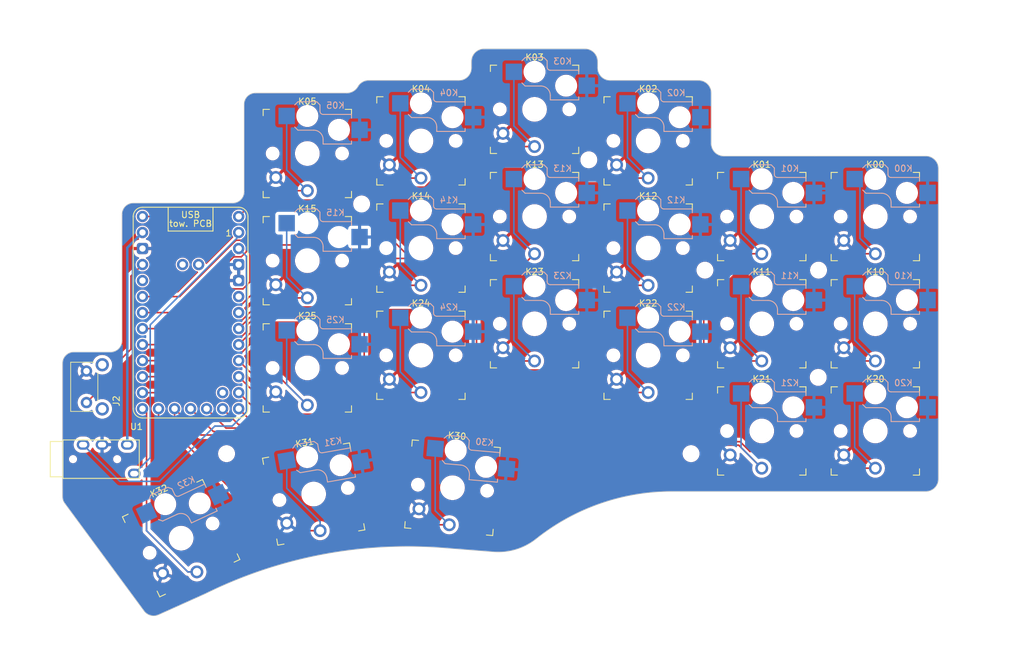
<source format=kicad_pcb>
(kicad_pcb (version 20240108) (generator "pcbnew") (generator_version "8.0")
  (title_block (rev "rev1.0"))
  (layers (0 "F.Cu" signal) (31 "B.Cu" signal) (34 "B.Paste" user) (35 "F.Paste" user) (36 "B.SilkS" user "B.Silkscreen") (37 "F.SilkS" user "F.Silkscreen") (38 "B.Mask" user) (39 "F.Mask" user) (44 "Edge.Cuts" user))
  (net 0 "")
  (net 1 "GND")
  (net 2 "/k00")
  (net 3 "/k01")
  (net 4 "/k02")
  (net 5 "/k03")
  (net 6 "/k04")
  (net 7 "/k05")
  (net 8 "/k10")
  (net 9 "/k11")
  (net 10 "/k12")
  (net 11 "/k13")
  (net 12 "/k14")
  (net 13 "/k15")
  (net 14 "/k20")
  (net 15 "/k21")
  (net 16 "/k22")
  (net 17 "/k23")
  (net 18 "/k24")
  (net 19 "/k25")
  (net 20 "/k30")
  (net 21 "/k31")
  (net 22 "/k32")
  (net 23 "rx")
  (net 24 "tx")
  (net 26 "VCC")
  (net 28 "/RST")
  (footprint "keyswitches:Kailh_socket_PG1350_optional" (layer "F.Cu") (at 105.24 94)
    (property "Reference" "K25")
    (property "Value" "KEYSW")
  )
  (footprint "keyswitches:Kailh_socket_PG1350_optional" (layer "F.Cu") (at 123.24 92)
    (property "Reference" "K24")
    (property "Value" "KEYSW")
  )
  (footprint "keyswitches:Kailh_socket_PG1350_optional" (layer "F.Cu") (at 177.24 104)
    (property "Reference" "K21")
    (property "Value" "KEYSW")
  )
  (footprint "keyswitches:Kailh_socket_PG1350_optional" (layer "F.Cu") (at 159.24 58)
    (property "Reference" "K02")
    (property "Value" "KEYSW")
  )
  (footprint "keyswitches:Kailh_socket_PG1350_optional" (layer "F.Cu") (at 195.24 87)
    (property "Reference" "K10")
    (property "Value" "KEYSW")
  )
  (footprint "keyswitches:Kailh_socket_PG1350_optional" (layer "F.Cu") (at 123.24 58)
    (property "Reference" "K04")
    (property "Value" "KEYSW")
  )
  (footprint "keyswitches:Kailh_socket_PG1350_optional" (layer "F.Cu") (at 159.24 75)
    (property "Reference" "K12")
    (property "Value" "KEYSW")
  )
  (footprint "keyswitches:Kailh_socket_PG1350_optional" (layer "F.Cu") (at 128.24 113 -5)
    (property "Reference" "K30")
    (property "Value" "KEYSW")
  )
  (footprint "keyswitches:Kailh_socket_PG1350_optional" (layer "F.Cu") (at 177.24 70)
    (property "Reference" "K01")
    (property "Value" "KEYSW")
  )
  (footprint "PCM_marbastlib-various:SW_SKHLLCA010" (layer "F.Cu") (at 71.49 97 90)
    (property "Reference" "J2")
    (property "Value" "Conn_01x02_Pin")
  )
  (footprint "keyswitches:Kailh_socket_PG1350_optional" (layer "F.Cu") (at 123.24 75)
    (property "Reference" "K14")
    (property "Value" "KEYSW")
  )
  (footprint "keyswitches:Kailh_socket_PG1350_optional" (layer "F.Cu") (at 141.24 87)
    (property "Reference" "K23")
    (property "Value" "KEYSW")
  )
  (footprint "keyswitches:Kailh_socket_PG1350_optional" (layer "F.Cu") (at 141.24 53)
    (property "Reference" "K03")
    (property "Value" "KEYSW")
  )
  (footprint "keyswitches:Kailh_socket_PG1350_optional" (layer "F.Cu") (at 159.24 92)
    (property "Reference" "K22")
    (property "Value" "KEYSW")
  )
  (footprint "Keebio-Parts:TRRS-PJ-320A" (layer "F.Cu") (at 66.508 108.47 90)
    (property "Reference" "J1" (hide yes))
    (property "Value" "TRRS")
  )
  (footprint "keyswitches:Kailh_socket_PG1350_optional" (layer "F.Cu") (at 105.24 77)
    (property "Reference" "K15")
    (property "Value" "KEYSW")
  )
  (footprint "PCM_marbastlib-xp-promicroish:Helios_AH_USBdn" (layer "F.Cu") (at 86.74 86.5)
    (property "Reference" "U1")
    (property "Value" "Helios")
  )
  (footprint "keyswitches:Kailh_socket_PG1350_optional" (layer "F.Cu") (at 85.24 121 25)
    (property "Reference" "K32")
    (property "Value" "KEYSW")
  )
  (footprint "keyswitches:Kailh_socket_PG1350_optional" (layer "F.Cu") (at 177.24 87)
    (property "Reference" "K11")
    (property "Value" "KEYSW")
  )
  (footprint "keyswitches:Kailh_socket_PG1350_optional" (layer "F.Cu") (at 105.24 60)
    (property "Reference" "K05")
    (property "Value" "KEYSW")
  )
  (footprint "keyswitches:Kailh_socket_PG1350_optional" (layer "F.Cu") (at 195.24 104)
    (property "Reference" "K20")
    (property "Value" "KEYSW")
  )
  (footprint "keyswitches:Kailh_socket_PG1350_optional" (layer "F.Cu") (at 141.24 70)
    (property "Reference" "K13")
    (property "Value" "KEYSW")
  )
  (footprint "keyswitches:Kailh_socket_PG1350_optional" (layer "F.Cu") (at 195.24 70)
    (property "Reference" "K00")
    (property "Value" "KEYSW")
  )
  (footprint "keyswitches:Kailh_socket_PG1350_optional" (layer "F.Cu") (at 106.24 114 10)
    (property "Reference" "K31")
    (property "Value" "KEYSW")
  )
  (footprint "beekeeb_lib:MountingHole_2.2mm_M2-8mm" (layer "B.Cu") (at 166.04 107.6 180)
    (property "Reference" "H4" (hide yes))
    (property "Value" "MountingHole")
  )
  (footprint "beekeeb_lib:MountingHole_2.2mm_M2-8mm" (layer "B.Cu") (at 113.84 68 180)
    (property "Reference" "H2" (hide yes))
    (property "Value" "MountingHole")
  )
  (footprint "beekeeb_lib:MountingHole_2.2mm_M2-8mm" (layer "B.Cu") (at 186.24 95.5 180)
    (property "Reference" "H4" (hide yes))
    (property "Value" "MountingHole")
  )
  (footprint "beekeeb_lib:MountingHole_2.2mm_M2-8mm" (layer "B.Cu") (at 186.24 78.5 180)
    (property "Reference" "H4" (hide yes))
    (property "Value" "MountingHole")
  )
  (footprint "beekeeb_lib:MountingHole_2.2mm_M2-8mm" (layer "B.Cu") (at 149.84 61 180)
    (property "Reference" "H1" (hide yes))
    (property "Value" "MountingHole")
  )
  (footprint "beekeeb_lib:MountingHole_2.2mm_M2-8mm" (layer "B.Cu") (at 92.44 107.6 180)
    (property "Reference" "H3" (hide yes))
    (property "Value" "MountingHole")
  )
  (footprint "beekeeb_lib:MountingHole_2.2mm_M2-8mm" (layer "B.Cu") (at 168.24 78.5 180)
    (property "Reference" "H1" (hide yes))
    (property "Value" "MountingHole")
  )
  (gr_line (start 93.415001 67.850001) (end 77.664999 67.849999) (stroke (width 0.1)) (layer "Edge.Cuts"))
  (gr_arc (start 66.44 93.275) (mid 66.967208 92.002208) (end 68.24 91.475) (stroke (width 0.1)) (layer "Edge.Cuts"))
  (gr_line (start 185.64 60.4) (end 171.24 60.4) (stroke (width 0.1)) (layer "Edge.Cuts"))
  (gr_arc (start 167.24 48.4) (mid 168.654214 48.985786) (end 169.24 50.4) (stroke (width 0.1)) (layer "Edge.Cuts"))
  (gr_line (start 162.74 113.6) (end 185.64 113.6) (stroke (width 0.1)) (layer "Edge.Cuts"))
  (gr_line (start 66.805956 115.487896) (end 79.290001 132.449999) (stroke (width 0.1)) (layer "Edge.Cuts"))
  (gr_arc (start 141.49 121.125) (mid 138.309031 122.788875) (end 134.74 123.175) (stroke (width 0.1)) (layer "Edge.Cuts"))
  (gr_arc (start 149.24 43.4) (mid 150.654214 43.985786) (end 151.24 45.4) (stroke (width 0.1)) (layer "Edge.Cuts"))
  (gr_line (start 74.065001 91.475001) (end 68.24 91.475) (stroke (width 0.1)) (layer "Edge.Cuts"))
  (gr_line (start 111.489998 50.399998) (end 97.014999 50.399999) (stroke (width 0.1)) (layer "Edge.Cuts"))
  (gr_line (start 151.24 46.4) (end 151.24 45.4) (stroke (width 0.1)) (layer "Edge.Cuts"))
  (gr_line (start 131.24 45.4) (end 131.24 46.4) (stroke (width 0.1)) (layer "Edge.Cuts"))
  (gr_arc (start 75.865001 89.675001) (mid 75.337793 90.947793) (end 74.065001 91.475001) (stroke (width 0.1)) (layer "Edge.Cuts"))
  (gr_arc (start 75.864999 69.649999) (mid 76.392207 68.377207) (end 77.664999 67.849999) (stroke (width 0.1)) (layer "Edge.Cuts"))
  (gr_arc (start 95.215001 66.050001) (mid 94.687793 67.322793) (end 93.415001 67.850001) (stroke (width 0.1)) (layer "Edge.Cuts"))
  (gr_arc (start 66.805956 115.487896) (mid 66.53394 114.973899) (end 66.44 114.4) (stroke (width 0.1)) (layer "Edge.Cuts"))
  (gr_line (start 169.24 58.4) (end 169.24 50.4) (stroke (width 0.1)) (layer "Edge.Cuts"))
  (gr_arc (start 95.214999 52.199999) (mid 95.742207 50.927207) (end 97.014999 50.399999) (stroke (width 0.1)) (layer "Edge.Cuts"))
  (gr_line (start 203.24 60.4) (end 185.64 60.4) (stroke (width 0.1)) (layer "Edge.Cuts"))
  (gr_line (start 185.64 113.6) (end 203.24 113.6) (stroke (width 0.1)) (layer "Edge.Cuts"))
  (gr_arc (start 131.24 45.4) (mid 131.825786 43.985786) (end 133.24 43.4) (stroke (width 0.1)) (layer "Edge.Cuts"))
  (gr_arc (start 153.24 48.4) (mid 151.825786 47.814214) (end 151.24 46.4) (stroke (width 0.1)) (layer "Edge.Cuts"))
  (gr_arc (start 205.24 111.6) (mid 204.654214 113.014214) (end 203.24 113.6) (stroke (width 0.1)) (layer "Edge.Cuts"))
  (gr_line (start 66.44 113.2) (end 66.44 114.4) (stroke (width 0.1)) (layer "Edge.Cuts"))
  (gr_line (start 134.74 123.175) (end 127.44 122.600001) (stroke (width 0.1)) (layer "Edge.Cuts"))
  (gr_line (start 81.726132 133.121447) (end 89.110601 129.8) (stroke (width 0.1)) (layer "Edge.Cuts"))
  (gr_arc (start 131.24 46.4) (mid 130.654214 47.814214) (end 129.24 48.4) (stroke (width 0.1)) (layer "Edge.Cuts"))
  (gr_arc (start 113.24 49.4) (mid 112.497787 50.132387) (end 111.489998 50.399998) (stroke (width 0.1)) (layer "Edge.Cuts"))
  (gr_line (start 205.24 111.6) (end 205.24 62.4) (stroke (width 0.1)) (layer "Edge.Cuts"))
  (gr_line (start 75.864999 69.649999) (end 75.865001 89.675001) (stroke (width 0.1)) (layer "Edge.Cuts"))
  (gr_line (start 95.214999 52.199999) (end 95.215001 66.050001) (stroke (width 0.1)) (layer "Edge.Cuts"))
  (gr_line (start 149.24 43.4) (end 133.24 43.4) (stroke (width 0.1)) (layer "Edge.Cuts"))
  (gr_arc (start 203.24 60.4) (mid 204.654214 60.985786) (end 205.24 62.4) (stroke (width 0.1)) (layer "Edge.Cuts"))
  (gr_arc (start 141.49 121.125) (mid 151.483771 115.579961) (end 162.74 113.600001) (stroke (width 0.1)) (layer "Edge.Cuts"))
  (gr_line (start 167.24 48.4) (end 153.24 48.4) (stroke (width 0.1)) (layer "Edge.Cuts"))
  (gr_arc (start 113.24 49.4) (mid 113.953846 48.668538) (end 114.94 48.4) (stroke (width 0.1)) (layer "Edge.Cuts"))
  (gr_line (start 66.44 93.275) (end 66.44 113.2) (stroke (width 0.1)) (layer "Edge.Cuts"))
  (gr_arc (start 171.24 60.4) (mid 169.825786 59.814214) (end 169.24 58.4) (stroke (width 0.1)) (layer "Edge.Cuts"))
  (gr_arc (start 81.726132 133.121447) (mid 80.381489 133.24497) (end 79.290001 132.449999) (stroke (width 0.1)) (layer "Edge.Cuts"))
  (gr_line (start 129.24 48.4) (end 114.94 48.4) (stroke (width 0.1)) (layer "Edge.Cuts"))
  (gr_arc (start 89.110601 129.8) (mid 107.780203 123.564333) (end 127.44 122.600001) (stroke (width 0.1)) (layer "Edge.Cuts"))
  (segment (start 191.089521 68.545448) (end 191.089521 72.950479) (width 0.4) (layer "B.Cu") (net 1))
  (segment (start 185.515 66.25) (end 186.179321 65.585679) (width 0.4) (layer "B.Cu") (net 1))
  (segment (start 186.179321 65.585679) (end 188.129752 65.585679) (width 0.4) (layer "B.Cu") (net 1))
  (segment (start 191.089521 72.950479) (end 190.24 73.8) (width 0.4) (layer "B.Cu") (net 1))
  (segment (start 188.129752 65.585679) (end 191.089521 68.545448) (width 0.4) (layer "B.Cu") (net 1))
  (segment (start 178 77.75) (end 173.277818 77.75) (width 0.25) (layer "F.Cu") (net 2))
  (segment (start 168.05 94.95) (end 161.109 101.891) (width 0.25) (layer "F.Cu") (net 2))
  (segment (start 195.24 75.9) (end 179.85 75.9) (width 0.25) (layer "F.Cu") (net 2))
  (segment (start 98.321 101.891) (end 94.36 97.93) (width 0.25) (layer "F.Cu") (net 2))
  (segment (start 173.277818 77.75) (end 168.05 82.977818) (width 0.25) (layer "F.Cu") (net 2))
  (segment (start 168.05 82.977818) (end 168.05 94.95) (width 0.25) (layer "F.Cu") (net 2))
  (segment (start 179.85 75.9) (end 178 77.75) (width 0.25) (layer "F.Cu") (net 2))
  (segment (start 161.109 101.891) (end 98.321 101.891) (width 0.25) (layer "F.Cu") (net 2))
  (segment (start 192.8 64.885) (end 192.8 73.46) (width 0.25) (layer "B.Cu") (net 2))
  (segment (start 191.965 64.05) (end 192.8 64.885) (width 0.25) (layer "B.Cu") (net 2))
  (segment (start 192.8 73.46) (end 195.24 75.9) (width 0.25) (layer "B.Cu") (net 2))
  (segment (start 174.35 75.9) (end 167.5 82.75) (width 0.25) (layer "F.Cu") (net 3))
  (segment (start 167.5 94.691) (end 160.85 101.341) (width 0.25) (layer "F.Cu") (net 3))
  (segment (start 177.24 75.9) (end 174.35 75.9) (width 0.25) (layer "F.Cu") (net 3))
  (segment (start 100.311 101.341) (end 94.36 95.39) (width 0.25) (layer "F.Cu") (net 3))
  (segment (start 160.85 101.341) (end 100.311 101.341) (width 0.25) (layer "F.Cu") (net 3))
  (segment (start 167.5 82.75) (end 167.5 94.691) (width 0.25) (layer "F.Cu") (net 3))
  (segment (start 173.965 72.625) (end 177.24 75.9) (width 0.25) (layer "B.Cu") (net 3))
  (segment (start 173.965 64.05) (end 173.965 72.625) (width 0.25) (layer "B.Cu") (net 3))
  (segment (start 94.777412 76.385) (end 95.585 75.577412) (width 0.25) (layer "F.Cu") (net 4))
  (segment (start 79.12 85.23) (end 84.736796 85.23) (width 0.25) (layer "F.Cu") (net 4))
  (segment (start 147.510965 61.610965) (end 149.8 63.9) (width 0.25) (layer "F.Cu") (net 4))
  (segment (start 113.245594 65) (end 112.997797 65.247797) (width 0.25) (layer "F.Cu") (net 4))
  (segment (start 115.5 65.25) (end 115.25 65) (width 0.25) (layer "F.Cu") (net 4))
  (segment (start 116.15 65.9) (end 115.5 65.25) (width 0.25) (layer "F.Cu") (net 4))
  (segment (start 84.736796 85.23) (end 93.581796 76.385) (width 0.25) (layer "F.Cu") (net 4))
  (segment (start 128.344735 61.610965) (end 147.510965 61.610965) (width 0.25) (layer "F.Cu") (net 4))
  (segment (start 93.581796 76.385) (end 94.777412 76.385) (width 0.25) (layer "F.Cu") (net 4))
  (segment (start 149.8 63.9) (end 159.24 63.9) (width 0.25) (layer "F.Cu") (net 4))
  (segment (start 124.0557 65.9) (end 116.15 65.9) (width 0.25) (layer "F.Cu") (net 4))
  (segment (start 124.0557 65.9) (end 128.344735 61.610965) (width 0.25) (layer "F.Cu") (net 4))
  (segment (start 112.995594 65.25) (end 109.75 68.495594) (width 0.25) (layer "F.Cu") (net 4))
  (segment (start 113.75 65) (end 113.245594 65) (width 0.25) (layer "F.Cu") (net 4))
  (segment (start 109.75 68.495594) (end 99.142454 68.495594) (width 0.25) (layer "F.Cu") (net 4))
  (segment (start 96.380115 71.257933) (end 99.142454 68.495594) (width 0.25) (layer "F.Cu") (net 4))
  (segment (start 115.25 65) (end 113.75 65) (width 0.25) (layer "F.Cu") (net 4))
  (segment (start 95.585 73.81523) (end 96.380115 73.020115) (width 0.25) (layer "F.Cu") (net 4))
  (segment (start 96.380115 73.020115) (end 96.380115 71.257933) (width 0.25) (layer "F.Cu") (net 4))
  (segment (start 95.585 75.577412) (end 95.585 73.81523) (width 0.25) (layer "F.Cu") (net 4))
  (segment (start 155.965 60.625) (end 159.24 63.9) (width 0.25) (layer "B.Cu") (net 4))
  (segment (start 155.965 52.05) (end 155.965 60.625) (width 0.25) (layer "B.Cu") (net 4))
  (segment (start 113.017776 64.45) (end 112.608888 64.858888) (width 0.25) (layer "F.Cu") (net 5))
  (segment (start 95.830115 72.792297) (end 95.830115 71.030115) (width 0.25) (layer "F.Cu") (net 5))
  (segment (start 93.942588 73.755) (end 85.007588 82.69) (width 0.25) (layer "F.Cu") (net 5))
  (segment (start 98.914637 67.945594) (end 98.280116 68.580115) (width 0.25) (layer "F.Cu") (net 5))
  (segment (start 115.477818 64.45) (end 113.017776 64.45) (width 0.25) (layer "F.Cu") (net 5))
  (segment (start 141.24 58.9) (end 130.277882 58.9) (width 0.25) (layer "F.Cu") (net 5))
  (segment (start 94.867412 73.755) (end 93.942588 73.755) (width 0.25) (layer "F.Cu") (net 5))
  (segment (start 115.727818 64.7) (end 115.477818 64.45) (width 0.25) (layer "F.Cu") (net 5))
  (segment (start 112.767776 64.7) (end 109.522182 67.945594) (width 0.25) (layer "F.Cu") (net 5))
  (segment (start 94.867412 73.755) (end 95.830115 72.792297) (width 0.25) (layer "F.Cu") (net 5))
  (segment (start 116.368818 65.341) (end 115.727818 64.7) (width 0.25) (layer "F.Cu") (net 5))
  (segment (start 130.277882 58.9) (end 123.836882 65.341) (width 0.25) (layer "F.Cu") (net 5))
  (segment (start 79.12 82.69) (end 79.12 82.227588) (width 0.25) (layer "F.Cu") (net 5))
  (segment (start 95.830115 71.030115) (end 98.914636 67.945594) (width 0.25) (layer "F.Cu") (net 5))
  (segment (start 123.836882 65.341) (end 116.368818 65.341) (width 0.25) (layer "F.Cu") (net 5))
  (segment (start 85.007588 82.69) (end 79.12 82.69) (width 0.25) (layer "F.Cu") (net 5))
  (segment (start 109.522182 67.945594) (end 98.914637 67.945594) (width 0.25) (layer "F.Cu") (net 5))
  (segment (start 137.965 55.625) (end 141.24 58.9) (width 0.25) (layer "B.Cu") (net 5))
  (segment (start 137.965 47.05) (end 137.965 55.625) (width 0.25) (layer "B.Cu") (net 5))
  (segment (start 112.789958 63.9) (end 109.294364 67.395594) (width 0.25) (layer "F.Cu") (net 6))
  (segment (start 109.294364 67.395594) (end 98.686818 67.395594) (width 0.25) (layer "F.Cu") (net 6))
  (segment (start 123.24 63.9) (end 112.789958 63.9) (width 0.25) (layer "F.Cu") (net 6))
  (segment (start 94.867412 71.215) (end 93.465 71.215) (width 0.25) (layer "F.Cu") (net 6))
  (segment (start 93.465 71.215) (end 92.24 69.99) (width 0.25) (layer "F.Cu") (net 6))
  (segment (start 92.24 69.99) (end 79.12 69.99) (width 0.25) (layer "F.Cu") (net 6))
  (segment (start 98.686818 67.395594) (end 94.867412 71.215) (width 0.25) (layer "F.Cu") (net 6))
  (segment (start 119.965 52.05) (end 119.965 60.625) (width 0.25) (layer "B.Cu") (net 6))
  (segment (start 119.965 60.625) (end 123.24 63.9) (width 0.25) (layer "B.Cu") (net 6))
  (segment (start 99.35 65.9) (end 105.24 65.9) (width 0.25) (layer "F.Cu") (net 7))
  (segment (start 96.25 69) (end 99.35 65.9) (width 0.25) (layer "F.Cu") (net 7))
  (segment (start 96.25 69) (end 95.35 69) (width 0.25) (layer "F.Cu") (net 7))
  (segment (start 95.35 69) (end 94.36 69.99) (width 0.25) (layer "F.Cu") (net 7))
  (segment (start 101.965 62.625) (end 105.24 65.9) (width 0.25) (layer "B.Cu") (net 7))
  (segment (start 101.965 54.05) (end 101.965 62.625) (width 0.25) (layer "B.Cu") (net 7))
  (segment (start 163.277818 101.277818) (end 163.277817 101.277818) (width 0.25) (layer "F.Cu") (net 8))
  (segment (start 161.564636 102.991) (end 94.341 102.991) (width 0.25) (layer "F.Cu") (net 8))
  (segment (start 178.25 94.5) (end 178 94.75) (width 0.25) (layer "F.Cu") (net 8))
  (segment (start 168.902817 95.652818) (end 163.277818 101.277818) (width 0.25) (layer "F.Cu") (net 8))
  (segment (start 169.805635 94.75) (end 168.902817 95.652818) (width 0.25) (layer "F.Cu") (net 8))
  (segment (start 163.277818 101.277818) (end 161.564636 102.991) (width 0.25) (layer "F.Cu") (net 8))
  (segment (start 195.24 92.9) (end 179.85 92.9) (width 0.25) (layer "F.Cu") (net 8))
  (segment (start 179.85 92.9) (end 178.25 94.5) (width 0.25) (layer "F.Cu") (net 8))
  (segment (start 94.341 102.991) (end 91.82 100.47) (width 0.25) (layer "F.Cu") (net 8))
  (segment (start 178 94.75) (end 169.805635 94.75) (width 0.25) (layer "F.Cu") (net 8))
  (segment (start 191.965 89.625) (end 195.24 92.9) (width 0.25) (layer "B.Cu") (net 8))
  (segment (start 191.965 81.05) (end 191.965 89.625) (width 0.25) (layer "B.Cu") (net 8))
  (segment (start 161.336817 102.441) (end 170.877817 92.9) (width 0.25) (layer "F.Cu") (net 9))
  (segment (start 94.36 100.47) (end 96.331 102.441) (width 0.25) (layer "F.Cu") (net 9))
  (segment (start 110 102.441) (end 110.25 102.441) (width 0.25) (layer "F.Cu") (net 9))
  (segment (start 170.877817 92.9) (end 177.24 92.9) (width 0.25) (layer "F.Cu") (net 9))
  (segment (start 100.5 102.441) (end 110 102.441) (width 0.25) (layer "F.Cu") (net 9))
  (segment (start 110 102.441) (end 161.336817 102.441) (width 0.25) (layer "F.Cu") (net 9))
  (segment (start 96.331 102.441) (end 100.5 102.441) (width 0.25) (layer "F.Cu") (net 9))
  (segment (start 173.965 89.625) (end 177.24 92.9) (width 0.25) (layer "B.Cu") (net 9))
  (segment (start 173.965 81.05) (end 173.965 89.625) (width 0.25) (layer "B.Cu") (net 9))
  (segment (start 94.782412 84) (end 87.527818 84) (width 0.25) (layer "F.Cu") (net 10))
  (segment (start 96.685 76.065) (end 96.685 82.097412) (width 0.25) (layer "F.Cu") (net 10))
  (segment (start 148 78.25) (end 122.472182 78.25) (width 0.25) (layer "F.Cu") (net 10))
  (segment (start 120.861091 76.638909) (end 112.112593 76.638909) (width 0.25) (layer "F.Cu") (net 10))
  (segment (start 110.723684 75.25) (end 107.5 75.25) (width 0.25) (layer "F.Cu") (net 10))
  (segment (start 81.217818 90.31) (end 79.12 90.31) (width 0.25) (layer "F.Cu") (net 10))
  (segment (start 96.685 82.097412) (end 94.782412 84) (width 0.25) (layer "F.Cu") (net 10))
  (segment (start 159.24 80.9) (end 151.25 80.9) (width 0.25) (layer "F.Cu") (net 10))
  (segment (start 107.5 75.25) (end 106.75 74.5) (width 0.25) (layer "F.Cu") (net 10))
  (segment (start 106.75 74.5) (end 98.25 74.5) (width 0.25) (layer "F.Cu") (net 10))
  (segment (start 112.112593 76.638909) (end 110.723684 75.25) (width 0.25) (layer "F.Cu") (net 10))
  (segment (start 122.472182 78.25) (end 120.861091 76.638909) (width 0.25) (layer "F.Cu") (net 10))
  (segment (start 150.65 80.9) (end 148 78.25) (width 0.25) (layer "F.Cu") (net 10))
  (segment (start 87.527818 84) (end 81.217818 90.31) (width 0.25) (layer "F.Cu") (net 10))
  (segment (start 151.25 80.9) (end 151.15 80.9) (width 0.25) (layer "F.Cu") (net 10))
  (segment (start 151.25 80.9) (end 150.65 80.9) (width 0.25) (layer "F.Cu") (net 10))
  (segment (start 98.25 74.5) (end 96.685 76.065) (width 0.25) (layer "F.Cu") (net 10))
  (segment (start 155.965 77.625) (end 159.24 80.9) (width 0.25) (layer "B.Cu") (net 10))
  (segment (start 155.965 69.05) (end 155.965 77.625) (width 0.25) (layer "B.Cu") (net 10))
  (segment (start 115 70) (end 112.75 70) (width 0.25) (layer "F.Cu") (net 11))
  (segment (start 96.930115 73.247933) (end 96.135 74.043048) (width 0.25) (layer "F.Cu") (net 11))
  (segment (start 89.285 81.465) (end 82.98 87.77) (width 0.25) (layer "F.Cu") (net 11))
  (segment (start 99.370272 69.045594) (end 96.930115 71.485751) (width 0.25) (layer "F.Cu") (net 11))
  (segment (start 122.7 77.7) (end 115 70) (width 0.25) (layer "F.Cu") (net 11))
  (segment (start 82.98 87.77) (end 79.12 87.77) (width 0.25) (layer "F.Cu") (net 11))
  (segment (start 111.795594 69.045594) (end 99.370272 69.045594) (width 0.25) (layer "F.Cu") (net 11))
  (segment (start 96.135 80.378204) (end 95.048204 81.465) (width 0.25) (layer "F.Cu") (net 11))
  (segment (start 139.44 77.7) (end 122.7 77.7) (width 0.25) (layer "F.Cu") (net 11))
  (segment (start 112.75 70) (end 111.795594 69.045594) (width 0.25) (layer "F.Cu") (net 11))
  (segment (start 96.930115 71.485751) (end 96.930115 73.247933) (width 0.25) (layer "F.Cu") (net 11))
  (segment (start 96.135 74.043048) (end 96.135 80.378204) (width 0.25) (layer "F.Cu") (net 11))
  (segment (start 95.048204 81.465) (end 89.285 81.465) (width 0.25) (layer "F.Cu") (net 11))
  (segment (start 141.24 75.9) (end 139.44 77.7) (width 0.25) (layer "F.Cu") (net 11))
  (segment (start 137.965 72.625) (end 141.24 75.9) (width 0.25) (layer "B.Cu") (net 11))
  (segment (start 137.965 64.05) (end 137.965 72.625) (width 0.25) (layer "B.Cu") (net 11))
  (segment (start 97.789 84.341) (end 109.909 84.341) (width 0.25) (layer "F.Cu") (net 12))
  (segment (start 94.36 87.77) (end 97.789 84.341) (width 0.25) (layer "F.Cu") (net 12))
  (segment (start 109.909 84.341) (end 113.35 80.9) (width 0.25) (layer "F.Cu") (net 12))
  (segment (start 113.35 80.9) (end 123.24 80.9) (width 0.25) (layer "F.Cu") (net 12))
  (segment (start 119.965 69.05) (end 119.965 77.625) (width 0.25) (layer "B.Cu") (net 12))
  (segment (start 119.965 77.625) (end 123.24 80.9) (width 0.25) (layer "B.Cu") (net 12))
  (segment (start 98.422412 82.9) (end 105.24 82.9) (width 0.25) (layer "F.Cu") (net 13))
  (segment (start 94.867412 86.455) (end 98.422412 82.9) (width 0.25) (layer "F.Cu") (net 13))
  (segment (start 87.457588 92.85) (end 93.852588 86.455) (width 0.25) (layer "F.Cu") (net 13))
  (segment (start 93.852588 86.455) (end 94.867412 86.455) (width 0.25) (layer "F.Cu") (net 13))
  (segment (start 79.12 92.85) (end 87.457588 92.85) (width 0.25) (layer "F.Cu") (net 13))
  (segment (start 105.24 82.9) (end 101.965 79.625) (width 0.25) (layer "B.Cu") (net 13))
  (segment (start 101.965 79.625) (end 101.965 71.05) (width 0.25) (layer "B.Cu") (net 13))
  (segment (start 92.351 103.541) (end 89.28 100.47) (width 0.25) (layer "F.Cu") (net 14))
  (segment (start 169.227818 105.7) (end 167.068818 103.541) (width 0.25) (layer "F.Cu") (net 14))
  (segment (start 175.367818 107.25) (end 173.817818 105.7) (width 0.25) (layer "F.Cu") (net 14))
  (segment (start 177.25 107.25) (end 175.367818 107.25) (width 0.25) (layer "F.Cu") (net 14))
  (segment (start 195.24 109.9) (end 179.9 109.9) (width 0.25) (layer "F.Cu") (net 14))
  (segment (start 179.9 109.9) (end 177.25 107.25) (width 0.25) (layer "F.Cu") (net 14))
  (segment (start 173.817818 105.7) (end 169.227818 105.7) (width 0.25) (layer "F.Cu") (net 14))
  (segment (start 167.068818 103.541) (end 92.351 103.541) (width 0.25) (layer "F.Cu") (net 14))
  (segment (start 191.965 98.05) (end 191.965 106.625) (width 0.25) (layer "B.Cu") (net 14))
  (segment (start 191.965 106.625) (end 195.24 109.9) (width 0.25) (layer "B.Cu") (net 14))
  (segment (start 90.361 104.091) (end 166.841 104.091) (width 0.25) (layer "F.Cu") (net 15))
  (segment (start 169 106.25) (end 166.841 104.091) (width 0.25) (layer "F.Cu") (net 15))
  (segment (start 86.74 100.47) (end 90.361 104.091) (width 0.25) (layer "F.Cu") (net 15))
  (segment (start 177.24 109.9) (end 173.59 106.25) (width 0.25) (layer "F.Cu") (net 15))
  (segment (start 173.59 106.25) (end 169 106.25) (width 0.25) (layer "F.Cu") (net 15))
  (segment (start 173.965 106.625) (end 177.24 109.9) (width 0.25) (layer "B.Cu") (net 15))
  (segment (start 173.965 98.05) (end 173.965 106.625) (width 0.25) (layer "B.Cu") (net 15))
  (segment (start 130.5 84) (end 111.805636 84) (width 0.25) (layer "F.Cu") (net 16))
  (segment (start 148.25 94.25) (end 148.159 94.341) (width 0.25) (layer "F.Cu") (net 16))
  (segment (start 131.5 93.5) (end 131.5 85) (width 0.25) (layer "F.Cu") (net 16))
  (segment (start 110.364636 85.441) (end 98.244636 85.441) (width 0.25) (layer "F.Cu") (net 16))
  (segment (start 111.805636 84) (end 110.364636 85.441) (width 0.25) (layer "F.Cu") (net 16))
  (segment (start 131.5 85) (end 130.5 84) (width 0.25) (layer "F.Cu") (net 16))
  (segment (start 151.9 97.9) (end 148.25 94.25) (width 0.25) (layer "F.Cu") (net 16))
  (segment (start 148.159 94.341) (end 132.341 94.341) (width 0.25) (layer "F.Cu") (net 16))
  (segment (start 159.24 97.9) (end 151.9 97.9) (width 0.25) (layer "F.Cu") (net 16))
  (segment (start 96.217818 88.452182) (end 94.36 90.31) (width 0.25) (layer "F.Cu") (net 16))
  (segment (start 132.341 94.341) (end 131.5 93.5) (width 0.25) (layer "F.Cu") (net 16))
  (segment (start 96.217818 87.467818) (end 96.217818 88.452182) (width 0.25) (layer "F.Cu") (net 16))
  (segment (start 98.244636 85.441) (end 96.217818 87.467818) (width 0.25) (layer "F.Cu") (net 16))
  (segment (start 155.965 94.625) (end 159.24 97.9) (width 0.25) (layer "B.Cu") (net 16))
  (segment (start 155.965 86.05) (end 155.965 94.625) (width 0.25) (layer "B.Cu") (net 16))
  (segment (start 110.136818 84.891) (end 98.016818 84.891) (width 0.25) (layer "F.Cu") (net 17))
  (segment (start 85.695406 95.39) (end 79.12 95.39) (width 0.25) (layer "F.Cu") (net 17))
  (segment (start 98.016818 84.891) (end 95.585 87.322818) (width 0.25) (layer "F.Cu") (net 17))
  (segment (start 130.727818 83.45) (end 111.577818 83.45) (width 0.25) (layer "F.Cu") (net 17))
  (segment (start 95.585 88.277412) (end 94.862412 89) (width 0.25) (layer "F.Cu") (net 17))
  (segment (start 92.085406 89) (end 85.695406 95.39) (width 0.25) (layer "F.Cu") (net 17))
  (segment (start 141.24 92.9) (end 132.95 92.9) (width 0.25) (layer "F.Cu") (net 17))
  (segment (start 132.05 84.772182) (end 130.727818 83.45) (width 0.25) (layer "F.Cu") (net 17))
  (segment (start 94.862412 89) (end 92.085406 89) (width 0.25) (layer "F.Cu") (net 17))
  (segment (start 111.577818 83.45) (end 110.136818 84.891) (width 0.25) (layer "F.Cu") (net 17))
  (segment (start 132.95 92.9) (end 132.05 92) (width 0.25) (layer "F.Cu") (net 17))
  (segment (start 132.05 92) (end 132.05 84.772182) (width 0.25) (layer "F.Cu") (net 17))
  (segment (start 95.585 87.322818) (end 95.585 88.277412) (width 0.25) (layer "F.Cu") (net 17))
  (segment (start 137.965 89.625) (end 141.24 92.9) (width 0.25) (layer "B.Cu") (net 17))
  (segment (start 137.965 81.05) (end 137.965 89.625) (width 0.25) (layer "B.Cu") (net 17))
  (segment (start 111.991 85.991) (end 98.472454 85.991) (width 0.25) (layer "F.Cu") (net 18))
  (segment (start 96.098909 89.348909) (end 96.098909 90.303503) (width 0.25) (layer "F.Cu") (net 18))
  (segment (start 123.24 97.9) (end 116.9 97.9) (width 0.25) (layer "F.Cu") (net 18))
  (segment (start 96.098909 90.303503) (end 94.777412 91.625) (width 0.25) (layer "F.Cu") (net 18))
  (segment (start 94.777412 91.625) (end 90.238224 91.625) (width 0.25) (layer "F.Cu") (net 18))
  (segment (start 96.767818 87.695636) (end 96.767818 88.68) (width 0.25) (layer "F.Cu") (net 18))
  (segment (start 96.767818 88.68) (end 96.098909 89.348909) (width 0.25) (layer "F.Cu") (net 18))
  (segment (start 114.25 95.25) (end 114.25 88.25) (width 0.25) (layer "F.Cu") (net 18))
  (segment (start 90.238224 91.625) (end 83.933224 97.93) (width 0.25) (layer "F.Cu") (net 18))
  (segment (start 83.933224 97.93) (end 79.12 97.93) (width 0.25) (layer "F.Cu") (net 18))
  (segment (start 114.25 88.25) (end 111.991 85.991) (width 0.25) (layer "F.Cu") (net 18))
  (segment (start 98.472454 85.991) (end 96.767818 87.695636) (width 0.25) (layer "F.Cu") (net 18))
  (segment (start 116.9 97.9) (end 114.25 95.25) (width 0.25) (layer "F.Cu") (net 18))
  (segment (start 119.965 94.625) (end 123.24 97.9) (width 0.25) (layer "B.Cu") (net 18))
  (segment (start 119.965 86.05) (end 119.965 94.625) (width 0.25) (layer "B.Cu") (net 18))
  (segment (start 101.09 95.75) (end 97.26 95.75) (width 0.25) (layer "F.Cu") (net 19))
  (segment (start 97.26 95.75) (end 94.36 92.85) (width 0.25) (layer "F.Cu") (net 19))
  (segment (start 105.24 99.9) (end 101.09 95.75) (width 0.25) (layer "F.Cu") (net 19))
  (segment (start 101.965 96.625) (end 101.965 88.05) (width 0.25) (layer "B.Cu") (net 19))
  (segment (start 105.24 99.9) (end 101.965 96.625) (width 0.25) (layer "B.Cu") (net 19))
  (segment (start 88.371 104.641) (end 114.391 104.641) (width 0.25) (layer "F.Cu") (net 20))
  (segment (start 114.391 104.641) (end 120.5 110.75) (width 0.25) (layer "F.Cu") (net 20))
  (segment (start 120.5 117.25) (end 122.127549 118.877549) (width 0.25) (layer "F.Cu") (net 20))
  (segment (start 122.127549 118.877549) (end 127.725781 118.877549) (width 0.25) (layer "F.Cu") (net 20))
  (segment (start 120.5 110.75) (end 120.5 117.25) (width 0.25) (layer "F.Cu") (net 20))
  (segment (start 84.2 100.47) (end 84.2 101.45) (width 0.25) (layer "F.Cu") (net 20))
  (segment (start 84.2 100.47) (end 88.371 104.641) (width 0.25) (layer "F.Cu") (net 20))
  (segment (start 125.496039 116.647807) (end 127.725781 118.877549) (width 0.25) (layer "B.Cu") (net 20))
  (segment (start 125.496039 106.787206) (end 125.496039 116.647807) (width 0.25) (layer "B.Cu") (net 20))
  (segment (start 106.82489 120.25) (end 107.264524 119.810366) (width 0.25) (layer "F.Cu") (net 21))
  (segment (start 103.689634 119.810366) (end 103.25 120.25) (width 0.25) (layer "F.Cu") (net 21))
  (segment (start 81.66 101.742792) (end 81.66 100.47) (width 0.25) (layer "F.Cu") (net 21))
  (segment (start 107.264524 119.810366) (end 103.689634 119.810366) (width 0.25) (layer "F.Cu") (net 21))
  (segment (start 106.92338 120.15151) (end 107.264524 119.810366) (width 0.25) (layer "F.Cu") (net 21))
  (segment (start 103.25 120.25) (end 100.167208 120.25) (width 0.25) (layer "F.Cu") (net 21))
  (segment (start 100.167208 120.25) (end 81.66 101.742792) (width 0.25) (layer "F.Cu") (net 21))
  (segment (start 107.264524 118.373526) (end 101.981548 113.09055) (width 0.25) (layer "B.Cu") (net 21))
  (segment (start 107.264524 119.810366) (end 107.264524 118.373526) (width 0.25) (layer "B.Cu") (net 21))
  (segment (start 101.981548 113.09055) (end 101.981548 108.709092) (width 0.25) (layer "B.Cu") (net 21))
  (segment (start 79.76 119.81) (end 79.76 101.11) (width 0.25) (layer "F.Cu") (net 22))
  (segment (start 79.76 101.11) (end 79.12 100.47) (width 0.25) (layer "F.Cu") (net 22))
  (segment (start 86.296608 126.347216) (end 86.296608 126.346608) (width 0.25) (layer "F.Cu") (net 22))
  (segment (start 86.296608 126.346608) (end 79.76 119.81) (width 0.25) (layer "F.Cu") (net 22))
  (segment (start 87.733448 126.347216) (end 86.296608 126.347216) (width 0.25) (layer "F.Cu") (net 22))
  (segment (start 87.733448 126.347216) (end 86.296608 126.347216) (width 0.25) (layer "B.Cu") (net 22))
  (segment (start 86.296608 126.347216) (end 79.757263 119.807871) (width 0.25) (layer "B.Cu") (net 22))
  (segment (start 79.757263 119.807871) (end 79.757263 116.991543) (width 0.25) (layer "B.Cu") (net 22))
  (segment (start 81.805 111.995) (end 90.57 103.23) (width 0.25) (layer "B.Cu") (net 23))
  (segment (start 95.585 76.295) (end 94.36 75.07) (width 0.25) (layer "B.Cu") (net 23))
  (segment (start 93.332412 103.23) (end 95.585 100.977412) (width 0.25) (layer "B.Cu") (net 23))
  (segment (start 90.57 103.23) (end 93.332412 103.23) (width 0.25) (layer "B.Cu") (net 23))
  (segment (start 69.708 106.17) (end 75.533 111.995) (width 0.25) (layer "B.Cu") (net 23))
  (segment (start 95.585 100.977412) (end 95.585 76.295) (width 0.25) (layer "B.Cu") (net 23))
  (segment (start 75.533 111.995) (end 81.805 111.995) (width 0.25) (layer "B.Cu") (net 23))
  (segment (start 80.345 108.233) (end 80.345 87.165) (width 0.25) (layer "B.Cu") (net 24))
  (segment (start 94.36 73.15) (end 94.36 72.53) (width 0.25) (layer "B.Cu") (net 24))
  (segment (start 77.808 110.77) (end 80.345 108.233) (width 0.25) (layer "B.Cu") (net 24))
  (segment (start 80.345 87.165) (end 94.36 73.15) (width 0.25) (layer "B.Cu") (net 24))
  (segment (start 76.708 74.942) (end 79.12 72.53) (width 0.4) (layer "B.Cu") (net 26))
  (segment (start 76.708 106.17) (end 76.708 74.942) (width 0.4) (layer "B.Cu") (net 26))
  (segment (start 79.12 77.61) (end 77.29 79.44) (width 0.25) (layer "F.Cu") (net 28))
  (segment (start 77.29 79.44) (end 77.29 91.035966) (width 0.25) (layer "F.Cu") (net 28))
  (segment (start 74.93 94.81) (end 70.24 99.5) (width 0.25) (layer "F.Cu") (net 28))
  (segment (start 74.93 93.395966) (end 74.93 94.81) (width 0.25) (layer "F.Cu") (net 28))
  (segment (start 77.29 91.035966) (end 74.93 93.395966) (width 0.25) (layer "F.Cu") (net 28))
  (zone (net 1) (net_name "GND") (layer "F.Cu") (connect_pads (clearance 0.508)) (min_thickness 0.25) (fill yes (thermal_gap 0.5) (thermal_bridge_width 0.5))
    (polygon (pts (xy 59.28 138.07) (xy 215.5 137.37) (xy 215.86 36.68) (xy 57.75 37.27)))
  )
  (zone (net 1) (net_name "GND") (layer "B.Cu") (priority 1) (connect_pads (clearance 0.508)) (min_thickness 0.25) (fill yes (thermal_gap 0.5) (thermal_bridge_width 0.5))
    (polygon (pts (xy 218.54 35.8) (xy 217.83 137.53) (xy 56.54 139.23) (xy 57.39 36.09) (xy 218.82 35.66)))
  )
)
</source>
